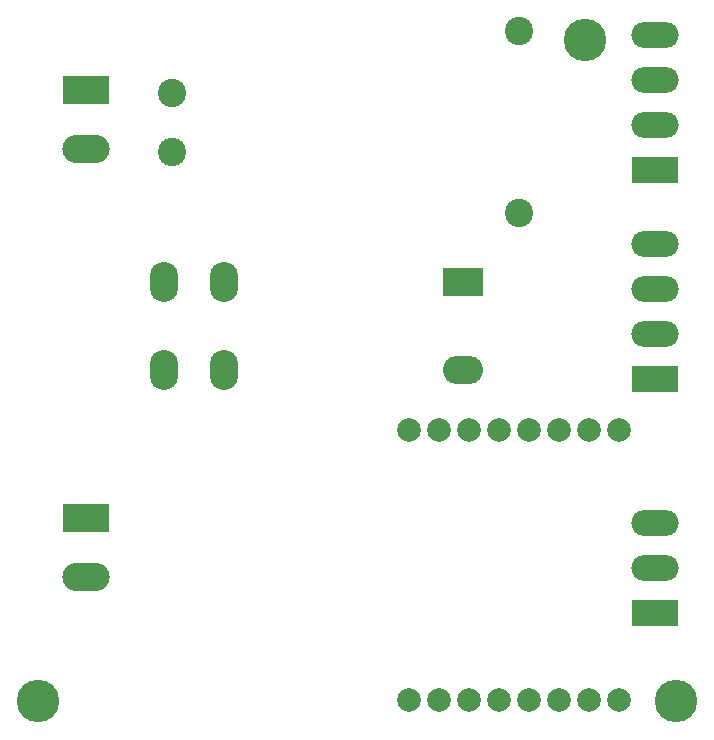
<source format=gbs>
G04 #@! TF.GenerationSoftware,KiCad,Pcbnew,(5.0.0-rc2-dev-158-g52ab6216c)*
G04 #@! TF.CreationDate,2018-04-10T03:25:42+02:00*
G04 #@! TF.ProjectId,power_monitor,706F7765725F6D6F6E69746F722E6B69,rev?*
G04 #@! TF.SameCoordinates,Original*
G04 #@! TF.FileFunction,Soldermask,Bot*
G04 #@! TF.FilePolarity,Negative*
%FSLAX46Y46*%
G04 Gerber Fmt 4.6, Leading zero omitted, Abs format (unit mm)*
G04 Created by KiCad (PCBNEW (5.0.0-rc2-dev-158-g52ab6216c)) date 04/10/18 03:25:42*
%MOMM*%
%LPD*%
G01*
G04 APERTURE LIST*
%ADD10C,2.400000*%
%ADD11C,3.600000*%
%ADD12R,3.400000X2.400000*%
%ADD13O,3.400000X2.400000*%
%ADD14O,2.400000X3.400000*%
%ADD15C,2.000000*%
%ADD16R,4.000000X2.200000*%
%ADD17O,4.000000X2.200000*%
%ADD18R,4.000000X2.400000*%
%ADD19O,4.000000X2.400000*%
G04 APERTURE END LIST*
D10*
X56300000Y-43500000D03*
X56300000Y-48500000D03*
X85700000Y-38300000D03*
X85700000Y-53700000D03*
D11*
X45000000Y-95000000D03*
X99000000Y-95000000D03*
X91250000Y-39000000D03*
D12*
X81000000Y-59500000D03*
D13*
X81000000Y-67000000D03*
D14*
X60700000Y-59500000D03*
X55660000Y-67000000D03*
X60700000Y-67000000D03*
X55660000Y-59500000D03*
D15*
X94140000Y-94930000D03*
X91600000Y-94930000D03*
X89060000Y-94930000D03*
X86520000Y-94930000D03*
X83980000Y-94930000D03*
X81440000Y-94930000D03*
X78900000Y-94930000D03*
X76360000Y-94930000D03*
X76360000Y-72070000D03*
X78900000Y-72070000D03*
X81440000Y-72070000D03*
X83980000Y-72070000D03*
X86520000Y-72070000D03*
X89060000Y-72070000D03*
X91600000Y-72070000D03*
X94140000Y-72070000D03*
D16*
X97250000Y-67750000D03*
D17*
X97250000Y-63940000D03*
X97250000Y-60130000D03*
X97250000Y-56320000D03*
X97250000Y-38570000D03*
X97250000Y-42380000D03*
X97250000Y-46190000D03*
D16*
X97250000Y-50000000D03*
X97250000Y-87500000D03*
D17*
X97250000Y-83690000D03*
X97250000Y-79880000D03*
D18*
X49000000Y-43250000D03*
D19*
X49000000Y-48250000D03*
X49000000Y-84500000D03*
D18*
X49000000Y-79500000D03*
M02*

</source>
